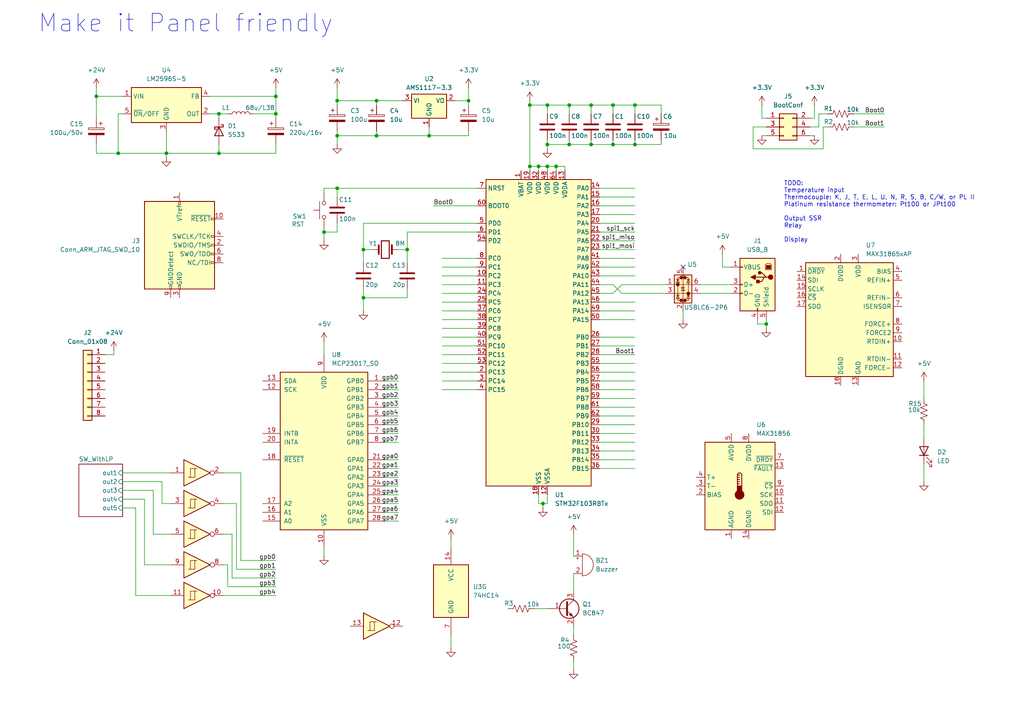
<source format=kicad_sch>
(kicad_sch (version 20231120) (generator "eeschema") (generator_version "8.0")
  (paper "A4")
  (lib_symbols
    (symbol "74xx:74HC14" (pin_names (offset 1.016))
      (property "Reference" "U" (at 0 1.27 0))
      (property "Value" "74HC14" (at 0 -1.27 0))
      (symbol "74HC14_1_0"
        (pin input line (at -7.62 0 0) (length 3.81) (name "~") (number "1"))
        (pin output inverted (at 7.62 0 180) (length 3.81) (name "~") (number "2"))
      )
      (symbol "74HC14_2_0"
        (pin input line (at -7.62 0 0) (length 3.81) (name "~") (number "3"))
        (pin output inverted (at 7.62 0 180) (length 3.81) (name "~") (number "4"))
      )
      (symbol "74HC14_3_0"
        (pin input line (at -7.62 0 0) (length 3.81) (name "~") (number "5"))
        (pin output inverted (at 7.62 0 180) (length 3.81) (name "~") (number "6"))
      )
      (symbol "74HC14_4_0"
        (pin output inverted (at 7.62 0 180) (length 3.81) (name "~") (number "8"))
        (pin input line (at -7.62 0 0) (length 3.81) (name "~") (number "9"))
      )
      (symbol "74HC14_5_0"
        (pin output inverted (at 7.62 0 180) (length 3.81) (name "~") (number "10"))
        (pin input line (at -7.62 0 0) (length 3.81) (name "~") (number "11"))
      )
      (symbol "74HC14_6_0"
        (pin output inverted (at 7.62 0 180) (length 3.81) (name "~") (number "12"))
        (pin input line (at -7.62 0 0) (length 3.81) (name "~") (number "13"))
      )
      (symbol "74HC14_7_0"
        (pin power_in line (at 0 12.7 270) (length 5.08) (name "VCC") (number "14"))
        (pin power_in line (at 0 -12.7 90) (length 5.08) (name "GND") (number "7"))
      )
    )
    (symbol "Connector:Conn_ARM_JTAG_SWD_10" (pin_names (offset 1.016))
      (property "Reference" "J" (at -2.54 16.51 0))
      (property "Value" "Conn_ARM_JTAG_SWD_10" (at -2.54 13.97 0))
      (symbol "Conn_ARM_JTAG_SWD_10_1_1"
        (pin power_in line (at 0 15.24 270) (length 2.54) (name "VTref") (number "1"))
        (pin open_collector line (at 12.7 7.62 180) (length 2.54) (name "~{RESET}") (number "10"))
        (pin bidirectional line (at 12.7 0 180) (length 2.54) (name "SWDIO/TMS") (number "2"))
        (pin power_in line (at 0 -15.24 90) (length 2.54) (name "GND") (number "3"))
        (pin output line (at 12.7 2.54 180) (length 2.54) (name "SWCLK/TCK") (number "4"))
        (pin passive line (at 0 -15.24 90) (length 2.54) hide (name "GND") (number "5"))
        (pin input line (at 12.7 -2.54 180) (length 2.54) (name "SWO/TDO") (number "6"))
        (pin no_connect line (at -10.16 0 0) (length 2.54) hide (name "KEY") (number "7"))
        (pin output line (at 12.7 -5.08 180) (length 2.54) (name "NC/TDI") (number "8"))
        (pin passive line (at -2.54 -15.24 90) (length 2.54) (name "GNDDetect") (number "9"))
      )
    )
    (symbol "Connector:USB_B" (pin_names (offset 1.016))
      (property "Reference" "J" (at -5.08 11.43 0))
      (property "Value" "USB_B" (at -5.08 8.89 0))
      (symbol "USB_B_1_1"
        (pin power_out line (at 7.62 5.08 180) (length 2.54) (name "VBUS") (number "1"))
        (pin bidirectional line (at 7.62 -2.54 180) (length 2.54) (name "D-") (number "2"))
        (pin bidirectional line (at 7.62 0 180) (length 2.54) (name "D+") (number "3"))
        (pin power_out line (at 0 -10.16 90) (length 2.54) (name "GND") (number "4"))
        (pin passive line (at -2.54 -10.16 90) (length 2.54) (name "Shield") (number "5"))
      )
    )
    (symbol "Connector_Generic:Conn_01x08" (pin_names (offset 1.016) hide)
      (property "Reference" "J" (at 0 10.16 0))
      (property "Value" "Conn_01x08" (at 0 -12.7 0))
      (symbol "Conn_01x08_1_1"
        (pin passive line (at -5.08 7.62 0) (length 3.81) (name "Pin_1") (number "1"))
        (pin passive line (at -5.08 5.08 0) (length 3.81) (name "Pin_2") (number "2"))
        (pin passive line (at -5.08 2.54 0) (length 3.81) (name "Pin_3") (number "3"))
        (pin passive line (at -5.08 0 0) (length 3.81) (name "Pin_4") (number "4"))
        (pin passive line (at -5.08 -2.54 0) (length 3.81) (name "Pin_5") (number "5"))
        (pin passive line (at -5.08 -5.08 0) (length 3.81) (name "Pin_6") (number "6"))
        (pin passive line (at -5.08 -7.62 0) (length 3.81) (name "Pin_7") (number "7"))
        (pin passive line (at -5.08 -10.16 0) (length 3.81) (name "Pin_8") (number "8"))
      )
    )
    (symbol "Connector_Generic:Conn_02x03_Odd_Even" (pin_names (offset 1.016) hide)
      (property "Reference" "J" (at 1.27 5.08 0))
      (property "Value" "Conn_02x03_Odd_Even" (at 1.27 -5.08 0))
      (symbol "Conn_02x03_Odd_Even_1_1"
        (pin passive line (at -5.08 2.54 0) (length 3.81) (name "Pin_1") (number "1"))
        (pin passive line (at 7.62 2.54 180) (length 3.81) (name "Pin_2") (number "2"))
        (pin passive line (at -5.08 0 0) (length 3.81) (name "Pin_3") (number "3"))
        (pin passive line (at 7.62 0 180) (length 3.81) (name "Pin_4") (number "4"))
        (pin passive line (at -5.08 -2.54 0) (length 3.81) (name "Pin_5") (number "5"))
        (pin passive line (at 7.62 -2.54 180) (length 3.81) (name "Pin_6") (number "6"))
      )
    )
    (symbol "Device:Buzzer" (pin_names (offset 0.0254) hide)
      (property "Reference" "BZ" (at 3.81 1.27 0))
      (property "Value" "Buzzer" (at 3.81 -1.27 0))
      (symbol "Buzzer_1_1"
        (pin passive line (at -2.54 2.54 0) (length 2.54) (name "+") (number "1"))
        (pin passive line (at -2.54 -2.54 0) (length 2.54) (name "-") (number "2"))
      )
    )
    (symbol "Device:C" (pin_numbers hide) (pin_names (offset 0.254))
      (property "Reference" "C" (at 0.635 2.54 0))
      (property "Value" "C" (at 0.635 -2.54 0))
      (symbol "C_1_1"
        (pin passive line (at 0 3.81 270) (length 2.794) (name "~") (number "1"))
        (pin passive line (at 0 -3.81 90) (length 2.794) (name "~") (number "2"))
      )
    )
    (symbol "Device:C_Polarized" (pin_numbers hide) (pin_names (offset 0.254))
      (property "Reference" "C" (at 0.635 2.54 0))
      (property "Value" "C_Polarized" (at 0.635 -2.54 0))
      (symbol "C_Polarized_1_1"
        (pin passive line (at 0 3.81 270) (length 2.794) (name "~") (number "1"))
        (pin passive line (at 0 -3.81 90) (length 2.794) (name "~") (number "2"))
      )
    )
    (symbol "Device:Crystal" (pin_numbers hide) (pin_names (offset 1.016) hide)
      (property "Reference" "Y" (at 0 3.81 0))
      (property "Value" "Crystal" (at 0 -3.81 0))
      (symbol "Crystal_1_1"
        (pin passive line (at -3.81 0 0) (length 1.27) (name "1") (number "1"))
        (pin passive line (at 3.81 0 180) (length 1.27) (name "2") (number "2"))
      )
    )
    (symbol "Device:L" (pin_numbers hide) (pin_names (offset 1.016) hide)
      (property "Reference" "L" (at -1.27 0 90))
      (property "Value" "L" (at 1.905 0 90))
      (symbol "L_1_1"
        (pin passive line (at 0 3.81 270) (length 1.27) (name "1") (number "1"))
        (pin passive line (at 0 -3.81 90) (length 1.27) (name "2") (number "2"))
      )
    )
    (symbol "Device:LED" (pin_numbers hide) (pin_names (offset 1.016) hide)
      (property "Reference" "D" (at 0 2.54 0))
      (property "Value" "LED" (at 0 -2.54 0))
      (symbol "LED_1_1"
        (pin passive line (at -3.81 0 0) (length 2.54) (name "K") (number "1"))
        (pin passive line (at 3.81 0 180) (length 2.54) (name "A") (number "2"))
      )
    )
    (symbol "Device:R_US" (pin_numbers hide) (pin_names (offset 0))
      (property "Reference" "R" (at 2.54 0 90))
      (property "Value" "R_US" (at -2.54 0 90))
      (symbol "R_US_1_1"
        (pin passive line (at 0 3.81 270) (length 1.27) (name "~") (number "1"))
        (pin passive line (at 0 -3.81 90) (length 1.27) (name "~") (number "2"))
      )
    )
    (symbol "Diode:SS33" (pin_numbers hide) (pin_names (offset 1.016) hide)
      (property "Reference" "D" (at 0 2.54 0))
      (property "Value" "SS33" (at 0 -2.54 0))
      (symbol "SS33_1_1"
        (pin passive line (at -3.81 0 0) (length 2.54) (name "K") (number "1"))
        (pin passive line (at 3.81 0 180) (length 2.54) (name "A") (number "2"))
      )
    )
    (symbol "Interface_Expansion:MCP23017_SO" (pin_names (offset 1.016))
      (property "Reference" "U" (at -11.43 24.13 0))
      (property "Value" "MCP23017_SO" (at 0 0 0))
      (symbol "MCP23017_SO_1_1"
        (pin bidirectional line (at 17.78 20.32 180) (length 5.08) (name "GPB0") (number "1"))
        (pin power_in line (at 0 -27.94 90) (length 5.08) (name "VSS") (number "10"))
        (pin no_connect line (at -12.7 15.24 0) (length 5.08) hide (name "NC") (number "11"))
        (pin input line (at -17.78 17.78 0) (length 5.08) (name "SCK") (number "12"))
        (pin bidirectional line (at -17.78 20.32 0) (length 5.08) (name "SDA") (number "13"))
        (pin no_connect line (at -12.7 12.7 0) (length 5.08) hide (name "NC") (number "14"))
        (pin input line (at -17.78 -20.32 0) (length 5.08) (name "A0") (number "15"))
        (pin input line (at -17.78 -17.78 0) (length 5.08) (name "A1") (number "16"))
        (pin input line (at -17.78 -15.24 0) (length 5.08) (name "A2") (number "17"))
        (pin input line (at -17.78 -2.54 0) (length 5.08) (name "~{RESET}") (number "18"))
        (pin tri_state line (at -17.78 5.08 0) (length 5.08) (name "INTB") (number "19"))
        (pin bidirectional line (at 17.78 17.78 180) (length 5.08) (name "GPB1") (number "2"))
        (pin tri_state line (at -17.78 2.54 0) (length 5.08) (name "INTA") (number "20"))
        (pin bidirectional line (at 17.78 -2.54 180) (length 5.08) (name "GPA0") (number "21"))
        (pin bidirectional line (at 17.78 -5.08 180) (length 5.08) (name "GPA1") (number "22"))
        (pin bidirectional line (at 17.78 -7.62 180) (length 5.08) (name "GPA2") (number "23"))
        (pin bidirectional line (at 17.78 -10.16 180) (length 5.08) (name "GPA3") (number "24"))
        (pin bidirectional line (at 17.78 -12.7 180) (length 5.08) (name "GPA4") (number "25"))
        (pin bidirectional line (at 17.78 -15.24 180) (length 5.08) (name "GPA5") (number "26"))
        (pin bidirectional line (at 17.78 -17.78 180) (length 5.08) (name "GPA6") (number "27"))
        (pin bidirectional line (at 17.78 -20.32 180) (length 5.08) (name "GPA7") (number "28"))
        (pin bidirectional line (at 17.78 15.24 180) (length 5.08) (name "GPB2") (number "3"))
        (pin bidirectional line (at 17.78 12.7 180) (length 5.08) (name "GPB3") (number "4"))
        (pin bidirectional line (at 17.78 10.16 180) (length 5.08) (name "GPB4") (number "5"))
        (pin bidirectional line (at 17.78 7.62 180) (length 5.08) (name "GPB5") (number "6"))
        (pin bidirectional line (at 17.78 5.08 180) (length 5.08) (name "GPB6") (number "7"))
        (pin bidirectional line (at 17.78 2.54 180) (length 5.08) (name "GPB7") (number "8"))
        (pin power_in line (at 0 27.94 270) (length 5.08) (name "VDD") (number "9"))
      )
    )
    (symbol "MCU_ST_STM32F1:STM32F103RBTx"
      (property "Reference" "U" (at -15.24 46.99 0))
      (property "Value" "STM32F103RBTx" (at 10.16 46.99 0))
      (symbol "STM32F103RBTx_1_1"
        (pin power_in line (at -5.08 48.26 270) (length 2.54) (name "VBAT") (number "1"))
        (pin bidirectional line (at -17.78 17.78 0) (length 2.54) (name "PC2") (number "10"))
        (pin bidirectional line (at -17.78 15.24 0) (length 2.54) (name "PC3") (number "11"))
        (pin power_in line (at 2.54 -45.72 90) (length 2.54) (name "VSSA") (number "12"))
        (pin power_in line (at 7.62 48.26 270) (length 2.54) (name "VDDA") (number "13"))
        (pin bidirectional line (at 17.78 43.18 180) (length 2.54) (name "PA0") (number "14"))
        (pin bidirectional line (at 17.78 40.64 180) (length 2.54) (name "PA1") (number "15"))
        (pin bidirectional line (at 17.78 38.1 180) (length 2.54) (name "PA2") (number "16"))
        (pin bidirectional line (at 17.78 35.56 180) (length 2.54) (name "PA3") (number "17"))
        (pin power_in line (at 0 -45.72 90) (length 2.54) (name "VSS") (number "18"))
        (pin power_in line (at -2.54 48.26 270) (length 2.54) (name "VDD") (number "19"))
        (pin bidirectional line (at -17.78 -10.16 0) (length 2.54) (name "PC13") (number "2"))
        (pin bidirectional line (at 17.78 33.02 180) (length 2.54) (name "PA4") (number "20"))
        (pin bidirectional line (at 17.78 30.48 180) (length 2.54) (name "PA5") (number "21"))
        (pin bidirectional line (at 17.78 27.94 180) (length 2.54) (name "PA6") (number "22"))
        (pin bidirectional line (at 17.78 25.4 180) (length 2.54) (name "PA7") (number "23"))
        (pin bidirectional line (at -17.78 12.7 0) (length 2.54) (name "PC4") (number "24"))
        (pin bidirectional line (at -17.78 10.16 0) (length 2.54) (name "PC5") (number "25"))
        (pin bidirectional line (at 17.78 0 180) (length 2.54) (name "PB0") (number "26"))
        (pin bidirectional line (at 17.78 -2.54 180) (length 2.54) (name "PB1") (number "27"))
        (pin bidirectional line (at 17.78 -5.08 180) (length 2.54) (name "PB2") (number "28"))
        (pin bidirectional line (at 17.78 -25.4 180) (length 2.54) (name "PB10") (number "29"))
        (pin bidirectional line (at -17.78 -12.7 0) (length 2.54) (name "PC14") (number "3"))
        (pin bidirectional line (at 17.78 -27.94 180) (length 2.54) (name "PB11") (number "30"))
        (pin passive line (at 0 -45.72 90) (length 2.54) hide (name "VSS") (number "31"))
        (pin power_in line (at 0 48.26 270) (length 2.54) (name "VDD") (number "32"))
        (pin bidirectional line (at 17.78 -30.48 180) (length 2.54) (name "PB12") (number "33"))
        (pin bidirectional line (at 17.78 -33.02 180) (length 2.54) (name "PB13") (number "34"))
        (pin bidirectional line (at 17.78 -35.56 180) (length 2.54) (name "PB14") (number "35"))
        (pin bidirectional line (at 17.78 -38.1 180) (length 2.54) (name "PB15") (number "36"))
        (pin bidirectional line (at -17.78 7.62 0) (length 2.54) (name "PC6") (number "37"))
        (pin bidirectional line (at -17.78 5.08 0) (length 2.54) (name "PC7") (number "38"))
        (pin bidirectional line (at -17.78 2.54 0) (length 2.54) (name "PC8") (number "39"))
        (pin bidirectional line (at -17.78 -15.24 0) (length 2.54) (name "PC15") (number "4"))
        (pin bidirectional line (at -17.78 0 0) (length 2.54) (name "PC9") (number "40"))
        (pin bidirectional line (at 17.78 22.86 180) (length 2.54) (name "PA8") (number "41"))
        (pin bidirectional line (at 17.78 20.32 180) (length 2.54) (name "PA9") (number "42"))
        (pin bidirectional line (at 17.78 17.78 180) (length 2.54) (name "PA10") (number "43"))
        (pin bidirectional line (at 17.78 15.24 180) (length 2.54) (name "PA11") (number "44"))
        (pin bidirectional line (at 17.78 12.7 180) (length 2.54) (name "PA12") (number "45"))
        (pin bidirectional line (at 17.78 10.16 180) (length 2.54) (name "PA13") (number "46"))
        (pin passive line (at 0 -45.72 90) (length 2.54) hide (name "VSS") (number "47"))
        (pin power_in line (at 2.54 48.26 270) (length 2.54) (name "VDD") (number "48"))
        (pin bidirectional line (at 17.78 7.62 180) (length 2.54) (name "PA14") (number "49"))
        (pin bidirectional line (at -17.78 33.02 0) (length 2.54) (name "PD0") (number "5"))
        (pin bidirectional line (at 17.78 5.08 180) (length 2.54) (name "PA15") (number "50"))
        (pin bidirectional line (at -17.78 -2.54 0) (length 2.54) (name "PC10") (number "51"))
        (pin bidirectional line (at -17.78 -5.08 0) (length 2.54) (name "PC11") (number "52"))
        (pin bidirectional line (at -17.78 -7.62 0) (length 2.54) (name "PC12") (number "53"))
        (pin bidirectional line (at -17.78 27.94 0) (length 2.54) (name "PD2") (number "54"))
        (pin bidirectional line (at 17.78 -7.62 180) (length 2.54) (name "PB3") (number "55"))
        (pin bidirectional line (at 17.78 -10.16 180) (length 2.54) (name "PB4") (number "56"))
        (pin bidirectional line (at 17.78 -12.7 180) (length 2.54) (name "PB5") (number "57"))
        (pin bidirectional line (at 17.78 -15.24 180) (length 2.54) (name "PB6") (number "58"))
        (pin bidirectional line (at 17.78 -17.78 180) (length 2.54) (name "PB7") (number "59"))
        (pin bidirectional line (at -17.78 30.48 0) (length 2.54) (name "PD1") (number "6"))
        (pin input line (at -17.78 38.1 0) (length 2.54) (name "BOOT0") (number "60"))
        (pin bidirectional line (at 17.78 -20.32 180) (length 2.54) (name "PB8") (number "61"))
        (pin bidirectional line (at 17.78 -22.86 180) (length 2.54) (name "PB9") (number "62"))
        (pin passive line (at 0 -45.72 90) (length 2.54) hide (name "VSS") (number "63"))
        (pin power_in line (at 5.08 48.26 270) (length 2.54) (name "VDD") (number "64"))
        (pin input line (at -17.78 43.18 0) (length 2.54) (name "NRST") (number "7"))
        (pin bidirectional line (at -17.78 22.86 0) (length 2.54) (name "PC0") (number "8"))
        (pin bidirectional line (at -17.78 20.32 0) (length 2.54) (name "PC1") (number "9"))
      )
    )
    (symbol "Power_Protection:USBLC6-2P6" (pin_names hide)
      (property "Reference" "U" (at 0.635 5.715 0))
      (property "Value" "USBLC6-2P6" (at 0.635 3.81 0))
      (symbol "USBLC6-2P6_1_1"
        (pin passive line (at -5.08 0 0) (length 2.54) (name "I/O1") (number "1"))
        (pin passive line (at 0 -7.62 90) (length 2.54) (name "GND") (number "2"))
        (pin passive line (at -5.08 -2.54 0) (length 2.54) (name "I/O2") (number "3"))
        (pin passive line (at 5.08 -2.54 180) (length 2.54) (name "I/O2") (number "4"))
        (pin passive line (at 0 5.08 270) (length 2.54) (name "VBUS") (number "5"))
        (pin passive line (at 5.08 0 180) (length 2.54) (name "I/O1") (number "6"))
      )
    )
    (symbol "Regulator_Linear:AMS1117-3.3"
      (property "Reference" "U" (at -3.81 3.175 0))
      (property "Value" "AMS1117-3.3" (at 0 3.175 0))
      (symbol "AMS1117-3.3_1_1"
        (pin power_in line (at 0 -7.62 90) (length 2.54) (name "GND") (number "1"))
        (pin power_out line (at 7.62 0 180) (length 2.54) (name "VO") (number "2"))
        (pin power_in line (at -7.62 0 0) (length 2.54) (name "VI") (number "3"))
      )
    )
    (symbol "Regulator_Switching:LM2596S-5"
      (property "Reference" "U" (at -10.16 6.35 0))
      (property "Value" "LM2596S-5" (at 0 6.35 0))
      (symbol "LM2596S-5_1_1"
        (pin power_in line (at -12.7 2.54 0) (length 2.54) (name "VIN") (number "1"))
        (pin output line (at 12.7 -2.54 180) (length 2.54) (name "OUT") (number "2"))
        (pin power_in line (at 0 -7.62 90) (length 2.54) (name "GND") (number "3"))
        (pin input line (at 12.7 2.54 180) (length 2.54) (name "FB") (number "4"))
        (pin input line (at -12.7 -2.54 0) (length 2.54) (name "~{ON}/OFF") (number "5"))
      )
    )
    (symbol "Sensor_Temperature:MAX31856"
      (property "Reference" "U" (at -7.62 13.97 0))
      (property "Value" "MAX31856" (at 13.97 13.97 0))
      (symbol "MAX31856_1_1"
        (pin power_in line (at -2.54 -15.24 90) (length 2.54) (name "AGND") (number "1"))
        (pin input line (at 12.7 -2.54 180) (length 2.54) (name "SCK") (number "10"))
        (pin output line (at 12.7 -5.08 180) (length 2.54) (name "SDO") (number "11"))
        (pin input line (at 12.7 -7.62 180) (length 2.54) (name "SDI") (number "12"))
        (pin output line (at 12.7 5.08 180) (length 2.54) (name "~{FAULT}") (number "13"))
        (pin power_in line (at 2.54 -15.24 90) (length 2.54) (name "DGND") (number "14"))
        (pin input line (at -12.7 -2.54 0) (length 2.54) (name "BIAS") (number "2"))
        (pin input line (at -12.7 0 0) (length 2.54) (name "T-") (number "3"))
        (pin input line (at -12.7 2.54 0) (length 2.54) (name "T+") (number "4"))
        (pin power_in line (at -2.54 15.24 270) (length 2.54) (name "AVDD") (number "5"))
        (pin no_connect line (at -10.16 -7.62 0) (length 2.54) hide (name "DNC") (number "6"))
        (pin output line (at 12.7 7.62 180) (length 2.54) (name "~{DRDY}") (number "7"))
        (pin power_in line (at 2.54 15.24 270) (length 2.54) (name "DVDD") (number "8"))
        (pin input line (at 12.7 0 180) (length 2.54) (name "~{CS}") (number "9"))
      )
    )
    (symbol "Sensor_Temperature:MAX31865xAP"
      (property "Reference" "U" (at -11.43 19.05 0))
      (property "Value" "MAX31865xAP" (at 10.16 19.05 0))
      (symbol "MAX31865xAP_1_1"
        (pin output line (at -15.24 15.24 0) (length 2.54) (name "~{DRDY}") (number "1"))
        (pin input line (at 15.24 -5.08 180) (length 2.54) (name "RTDIN+") (number "10"))
        (pin input line (at 15.24 -10.16 180) (length 2.54) (name "RTDIN-") (number "11"))
        (pin power_out line (at 15.24 -12.7 180) (length 2.54) (name "FORCE-") (number "12"))
        (pin power_in line (at 2.54 -17.78 90) (length 2.54) (name "GND") (number "13"))
        (pin input line (at -15.24 12.7 0) (length 2.54) (name "SDI") (number "14"))
        (pin input line (at -15.24 10.16 0) (length 2.54) (name "SCLK") (number "15"))
        (pin input line (at -15.24 7.62 0) (length 2.54) (name "~{CS}") (number "16"))
        (pin tri_state line (at -15.24 5.08 0) (length 2.54) (name "SDO") (number "17"))
        (pin power_in line (at -2.54 -17.78 90) (length 2.54) (name "DGND") (number "18"))
        (pin passive line (at 2.54 -17.78 90) (length 2.54) hide (name "GND") (number "19"))
        (pin power_in line (at -2.54 20.32 270) (length 2.54) (name "DVDD") (number "2"))
        (pin no_connect line (at -12.7 -2.54 0) (length 2.54) hide (name "NC") (number "20"))
        (pin power_in line (at 2.54 20.32 270) (length 2.54) (name "VDD") (number "3"))
        (pin power_out line (at 15.24 15.24 180) (length 2.54) (name "BIAS") (number "4"))
        (pin input line (at 15.24 12.7 180) (length 2.54) (name "REFIN+") (number "5"))
        (pin input line (at 15.24 7.62 180) (length 2.54) (name "REFIN-") (number "6"))
        (pin passive line (at 15.24 5.08 180) (length 2.54) (name "ISENSOR") (number "7"))
        (pin passive line (at 15.24 0 180) (length 2.54) (name "FORCE+") (number "8"))
        (pin input line (at 15.24 -2.54 180) (length 2.54) (name "FORCE2") (number "9"))
      )
    )
    (symbol "Switch:SW_Push" (pin_numbers hide) (pin_names (offset 1.016) hide)
      (property "Reference" "SW" (at 1.27 2.54 0))
      (property "Value" "SW_Push" (at 0 -1.524 0))
      (symbol "SW_Push_0_1"
        (pin passive line (at -5.08 0 0) (length 2.54) (name "1") (number "1"))
        (pin passive line (at 5.08 0 180) (length 2.54) (name "2") (number "2"))
      )
    )
    (symbol "Transistor_BJT:BC847" (pin_names (offset 0) hide)
      (property "Reference" "Q" (at 5.08 1.905 0))
      (property "Value" "BC847" (at 5.08 0 0))
      (symbol "BC847_1_1"
        (pin input line (at -5.08 0 0) (length 5.715) (name "B") (number "1"))
        (pin passive line (at 2.54 -5.08 90) (length 2.54) (name "E") (number "2"))
        (pin passive line (at 2.54 5.08 270) (length 2.54) (name "C") (number "3"))
      )
    )
    (symbol "power:+24V" (power) (pin_numbers hide) (pin_names (offset 0) hide)
      (property "Value" "+24V" (at 0 3.556 0))
      (symbol "+24V_1_1"
        (pin power_in line (at 0 0 90) (length 0) (name "~") (number "1"))
      )
    )
    (symbol "power:+3.3V" (power) (pin_numbers hide) (pin_names (offset 0) hide)
      (property "Value" "+3.3V" (at 0 3.556 0))
      (symbol "+3.3V_1_1"
        (pin power_in line (at 0 0 90) (length 0) (name "~") (number "1"))
      )
    )
    (symbol "power:+5V" (power) (pin_numbers hide) (pin_names (offset 0) hide)
      (property "Value" "+5V" (at 0 3.556 0))
      (symbol "+5V_1_1"
        (pin power_in line (at 0 0 90) (length 0) (name "~") (number "1"))
      )
    )
    (symbol "power:GND" (power) (pin_numbers hide) (pin_names (offset 0) hide)
      (property "Value" "GND" (at 0 -3.81 0))
      (symbol "GND_1_1"
        (pin power_in line (at 0 0 270) (length 0) (name "~") (number "1"))
      )
    )
  )
  (junction (at 171.45 41.91))
  (junction (at 156.21 48.26))
  (junction (at 184.15 41.91))
  (junction (at 97.79 39.37))
  (junction (at 63.5 44.45))
  (junction (at 80.01 27.94))
  (junction (at 158.75 41.91))
  (junction (at 118.11 72.39))
  (junction (at 27.94 27.94))
  (junction (at 93.98 67.31))
  (junction (at 171.45 30.48))
  (junction (at 184.15 30.48))
  (junction (at 105.41 72.39))
  (junction (at 34.29 44.45))
  (junction (at 97.79 54.61))
  (junction (at 109.22 29.21))
  (junction (at 135.89 29.21))
  (junction (at 222.25 93.98))
  (junction (at 165.1 30.48))
  (junction (at 80.01 33.02))
  (junction (at 158.75 48.26))
  (junction (at 177.8 30.48))
  (junction (at 161.29 48.26))
  (junction (at 158.75 30.48))
  (junction (at 153.67 30.48))
  (junction (at 97.79 29.21))
  (junction (at 165.1 41.91))
  (junction (at 63.5 33.02))
  (junction (at 177.8 41.91))
  (junction (at 153.67 48.26))
  (junction (at 109.22 39.37))
  (junction (at 124.46 39.37))
  (junction (at 157.48 146.05))
  (junction (at 48.26 44.45))
  (junction (at 105.41 86.36))
  (no_connect (at 198.12 77.47))
  (wire (pts (xy 35.56 137.16) (xy 49.53 137.16)))
  (wire (pts (xy 165.1 40.64) (xy 165.1 41.91)))
  (wire (pts (xy 30.48 102.87) (xy 33.02 102.87)))
  (wire (pts (xy 39.37 147.32) (xy 39.37 172.72)))
  (wire (pts (xy 63.5 33.02) (xy 66.04 33.02)))
  (wire (pts (xy 173.99 135.89) (xy 184.15 135.89)))
  (wire (pts (xy 222.25 93.98) (xy 222.25 95.25)))
  (wire (pts (xy 93.98 99.06) (xy 93.98 102.87)))
  (wire (pts (xy 34.29 33.02) (xy 35.56 33.02)))
  (wire (pts (xy 135.89 25.4) (xy 135.89 29.21)))
  (wire (pts (xy 165.1 30.48) (xy 165.1 33.02)))
  (wire (pts (xy 128.27 107.95) (xy 138.43 107.95)))
  (wire (pts (xy 209.55 77.47) (xy 209.55 73.66)))
  (wire (pts (xy 109.22 39.37) (xy 124.46 39.37)))
  (wire (pts (xy 173.99 59.69) (xy 184.15 59.69)))
  (wire (pts (xy 158.75 40.64) (xy 158.75 41.91)))
  (wire (pts (xy 41.91 144.78) (xy 35.56 144.78)))
  (wire (pts (xy 111.76 146.05) (xy 115.57 146.05)))
  (wire (pts (xy 238.76 36.83) (xy 238.76 43.18)))
  (wire (pts (xy 171.45 30.48) (xy 171.45 33.02)))
  (wire (pts (xy 219.71 92.71) (xy 219.71 93.98)))
  (wire (pts (xy 240.03 36.83) (xy 238.76 36.83)))
  (wire (pts (xy 220.98 34.29) (xy 222.25 34.29)))
  (wire (pts (xy 173.99 102.87) (xy 184.15 102.87)))
  (wire (pts (xy 128.27 82.55) (xy 138.43 82.55)))
  (wire (pts (xy 173.99 62.23) (xy 184.15 62.23)))
  (wire (pts (xy 247.65 33.02) (xy 256.54 33.02)))
  (wire (pts (xy 128.27 74.93) (xy 138.43 74.93)))
  (wire (pts (xy 158.75 146.05) (xy 157.48 146.05)))
  (wire (pts (xy 128.27 100.33) (xy 138.43 100.33)))
  (wire (pts (xy 128.27 97.79) (xy 138.43 97.79)))
  (wire (pts (xy 173.99 110.49) (xy 184.15 110.49)))
  (wire (pts (xy 97.79 54.61) (xy 97.79 57.15)))
  (wire (pts (xy 173.99 77.47) (xy 184.15 77.47)))
  (wire (pts (xy 105.41 72.39) (xy 107.95 72.39)))
  (wire (pts (xy 118.11 76.2) (xy 118.11 72.39)))
  (wire (pts (xy 111.76 148.59) (xy 115.57 148.59)))
  (wire (pts (xy 111.76 128.27) (xy 115.57 128.27)))
  (wire (pts (xy 111.76 138.43) (xy 115.57 138.43)))
  (wire (pts (xy 130.81 184.15) (xy 130.81 187.96)))
  (wire (pts (xy 80.01 44.45) (xy 63.5 44.45)))
  (wire (pts (xy 128.27 95.25) (xy 138.43 95.25)))
  (wire (pts (xy 80.01 41.91) (xy 80.01 44.45)))
  (wire (pts (xy 111.76 123.19) (xy 115.57 123.19)))
  (wire (pts (xy 124.46 39.37) (xy 135.89 39.37)))
  (wire (pts (xy 128.27 105.41) (xy 138.43 105.41)))
  (wire (pts (xy 166.37 191.77) (xy 166.37 194.31)))
  (wire (pts (xy 125.73 59.69) (xy 138.43 59.69)))
  (wire (pts (xy 191.77 33.02) (xy 191.77 30.48)))
  (wire (pts (xy 118.11 83.82) (xy 118.11 86.36)))
  (wire (pts (xy 68.58 165.1) (xy 80.01 165.1)))
  (wire (pts (xy 111.76 133.35) (xy 115.57 133.35)))
  (wire (pts (xy 173.99 105.41) (xy 184.15 105.41)))
  (wire (pts (xy 158.75 41.91) (xy 158.75 43.18)))
  (wire (pts (xy 111.76 140.97) (xy 115.57 140.97)))
  (wire (pts (xy 48.26 44.45) (xy 48.26 45.72)))
  (wire (pts (xy 173.99 128.27) (xy 184.15 128.27)))
  (wire (pts (xy 130.81 156.21) (xy 130.81 158.75)))
  (wire (pts (xy 156.21 49.53) (xy 156.21 48.26)))
  (wire (pts (xy 220.98 30.48) (xy 220.98 34.29)))
  (wire (pts (xy 267.97 110.49) (xy 267.97 115.57)))
  (wire (pts (xy 158.75 30.48) (xy 158.75 33.02)))
  (wire (pts (xy 138.43 64.77) (xy 105.41 64.77)))
  (wire (pts (xy 111.76 151.13) (xy 115.57 151.13)))
  (wire (pts (xy 63.5 44.45) (xy 48.26 44.45)))
  (wire (pts (xy 97.79 38.1) (xy 97.79 39.37)))
  (wire (pts (xy 97.79 29.21) (xy 109.22 29.21)))
  (wire (pts (xy 105.41 76.2) (xy 105.41 72.39)))
  (wire (pts (xy 173.99 85.09) (xy 177.8 85.09)))
  (wire (pts (xy 161.29 49.53) (xy 161.29 48.26)))
  (wire (pts (xy 234.95 36.83) (xy 237.49 36.83)))
  (wire (pts (xy 60.96 27.94) (xy 80.01 27.94)))
  (wire (pts (xy 105.41 86.36) (xy 105.41 83.82)))
  (wire (pts (xy 153.67 29.21) (xy 153.67 30.48)))
  (wire (pts (xy 209.55 77.47) (xy 212.09 77.47)))
  (wire (pts (xy 35.56 139.7) (xy 46.99 139.7)))
  (wire (pts (xy 128.27 102.87) (xy 138.43 102.87)))
  (wire (pts (xy 161.29 48.26) (xy 158.75 48.26)))
  (wire (pts (xy 46.99 146.05) (xy 46.99 139.7)))
  (wire (pts (xy 165.1 41.91) (xy 171.45 41.91)))
  (wire (pts (xy 180.34 85.09) (xy 177.8 82.55)))
  (wire (pts (xy 138.43 67.31) (xy 118.11 67.31)))
  (wire (pts (xy 109.22 29.21) (xy 109.22 30.48)))
  (wire (pts (xy 173.99 87.63) (xy 184.15 87.63)))
  (wire (pts (xy 109.22 38.1) (xy 109.22 39.37)))
  (wire (pts (xy 173.99 54.61) (xy 184.15 54.61)))
  (wire (pts (xy 39.37 172.72) (xy 49.53 172.72)))
  (wire (pts (xy 49.53 146.05) (xy 46.99 146.05)))
  (wire (pts (xy 171.45 30.48) (xy 165.1 30.48)))
  (wire (pts (xy 128.27 77.47) (xy 138.43 77.47)))
  (wire (pts (xy 173.99 64.77) (xy 184.15 64.77)))
  (wire (pts (xy 27.94 27.94) (xy 27.94 34.29)))
  (wire (pts (xy 173.99 57.15) (xy 184.15 57.15)))
  (wire (pts (xy 163.83 49.53) (xy 163.83 48.26)))
  (wire (pts (xy 158.75 49.53) (xy 158.75 48.26)))
  (wire (pts (xy 135.89 29.21) (xy 135.89 30.48)))
  (wire (pts (xy 33.02 102.87) (xy 33.02 101.6)))
  (wire (pts (xy 184.15 41.91) (xy 191.77 41.91)))
  (wire (pts (xy 173.99 80.01) (xy 184.15 80.01)))
  (wire (pts (xy 173.99 130.81) (xy 184.15 130.81)))
  (wire (pts (xy 35.56 142.24) (xy 44.45 142.24)))
  (wire (pts (xy 97.79 39.37) (xy 97.79 41.91)))
  (wire (pts (xy 69.85 162.56) (xy 69.85 137.16)))
  (wire (pts (xy 63.5 33.02) (xy 63.5 34.29)))
  (wire (pts (xy 111.76 113.03) (xy 115.57 113.03)))
  (wire (pts (xy 173.99 90.17) (xy 184.15 90.17)))
  (wire (pts (xy 111.76 115.57) (xy 115.57 115.57)))
  (wire (pts (xy 191.77 30.48) (xy 184.15 30.48)))
  (wire (pts (xy 66.04 170.18) (xy 80.01 170.18)))
  (wire (pts (xy 236.22 34.29) (xy 234.95 34.29)))
  (wire (pts (xy 173.99 82.55) (xy 177.8 82.55)))
  (wire (pts (xy 177.8 40.64) (xy 177.8 41.91)))
  (wire (pts (xy 93.98 67.31) (xy 93.98 66.04)))
  (wire (pts (xy 173.99 74.93) (xy 184.15 74.93)))
  (wire (pts (xy 124.46 36.83) (xy 124.46 39.37)))
  (wire (pts (xy 128.27 113.03) (xy 138.43 113.03)))
  (wire (pts (xy 34.29 33.02) (xy 34.29 44.45)))
  (wire (pts (xy 158.75 143.51) (xy 158.75 146.05)))
  (wire (pts (xy 80.01 33.02) (xy 80.01 34.29)))
  (wire (pts (xy 97.79 25.4) (xy 97.79 29.21)))
  (wire (pts (xy 27.94 44.45) (xy 34.29 44.45)))
  (wire (pts (xy 173.99 123.19) (xy 184.15 123.19)))
  (wire (pts (xy 237.49 33.02) (xy 240.03 33.02)))
  (wire (pts (xy 118.11 86.36) (xy 105.41 86.36)))
  (wire (pts (xy 111.76 118.11) (xy 115.57 118.11)))
  (wire (pts (xy 63.5 41.91) (xy 63.5 44.45)))
  (wire (pts (xy 171.45 41.91) (xy 177.8 41.91)))
  (wire (pts (xy 219.71 93.98) (xy 222.25 93.98)))
  (wire (pts (xy 135.89 38.1) (xy 135.89 39.37)))
  (wire (pts (xy 247.65 36.83) (xy 256.54 36.83)))
  (wire (pts (xy 93.98 54.61) (xy 97.79 54.61)))
  (wire (pts (xy 156.21 146.05) (xy 156.21 143.51)))
  (wire (pts (xy 218.44 43.18) (xy 218.44 36.83)))
  (wire (pts (xy 93.98 158.75) (xy 93.98 161.29)))
  (wire (pts (xy 173.99 72.39) (xy 184.15 72.39)))
  (wire (pts (xy 67.31 154.94) (xy 67.31 167.64)))
  (wire (pts (xy 198.12 90.17) (xy 198.12 92.71)))
  (wire (pts (xy 118.11 72.39) (xy 115.57 72.39)))
  (wire (pts (xy 157.48 147.32) (xy 157.48 146.05)))
  (wire (pts (xy 111.76 135.89) (xy 115.57 135.89)))
  (wire (pts (xy 177.8 33.02) (xy 177.8 30.48)))
  (wire (pts (xy 128.27 80.01) (xy 138.43 80.01)))
  (wire (pts (xy 173.99 100.33) (xy 184.15 100.33)))
  (wire (pts (xy 97.79 64.77) (xy 97.79 67.31)))
  (wire (pts (xy 64.77 146.05) (xy 68.58 146.05)))
  (wire (pts (xy 118.11 67.31) (xy 118.11 72.39)))
  (wire (pts (xy 156.21 48.26) (xy 153.67 48.26)))
  (wire (pts (xy 67.31 167.64) (xy 80.01 167.64)))
  (wire (pts (xy 132.08 29.21) (xy 135.89 29.21)))
  (wire (pts (xy 158.75 30.48) (xy 153.67 30.48)))
  (wire (pts (xy 203.2 82.55) (xy 212.09 82.55)))
  (wire (pts (xy 191.77 40.64) (xy 191.77 41.91)))
  (wire (pts (xy 105.41 64.77) (xy 105.41 72.39)))
  (wire (pts (xy 35.56 147.32) (xy 39.37 147.32)))
  (wire (pts (xy 128.27 85.09) (xy 138.43 85.09)))
  (wire (pts (xy 27.94 41.91) (xy 27.94 44.45)))
  (wire (pts (xy 218.44 36.83) (xy 222.25 36.83)))
  (wire (pts (xy 64.77 154.94) (xy 67.31 154.94)))
  (wire (pts (xy 128.27 87.63) (xy 138.43 87.63)))
  (wire (pts (xy 128.27 90.17) (xy 138.43 90.17)))
  (wire (pts (xy 27.94 25.4) (xy 27.94 27.94)))
  (wire (pts (xy 111.76 125.73) (xy 115.57 125.73)))
  (wire (pts (xy 64.77 163.83) (xy 66.04 163.83)))
  (wire (pts (xy 173.99 113.03) (xy 184.15 113.03)))
  (wire (pts (xy 173.99 120.65) (xy 184.15 120.65)))
  (wire (pts (xy 41.91 163.83) (xy 41.91 144.78)))
  (wire (pts (xy 69.85 162.56) (xy 80.01 162.56)))
  (wire (pts (xy 73.66 33.02) (xy 80.01 33.02)))
  (wire (pts (xy 267.97 134.62) (xy 267.97 139.7)))
  (wire (pts (xy 97.79 54.61) (xy 138.43 54.61)))
  (wire (pts (xy 111.76 110.49) (xy 115.57 110.49)))
  (wire (pts (xy 128.27 110.49) (xy 138.43 110.49)))
  (wire (pts (xy 97.79 39.37) (xy 109.22 39.37)))
  (wire (pts (xy 158.75 41.91) (xy 165.1 41.91)))
  (wire (pts (xy 48.26 38.1) (xy 48.26 44.45)))
  (wire (pts (xy 184.15 33.02) (xy 184.15 30.48)))
  (wire (pts (xy 237.49 36.83) (xy 237.49 33.02)))
  (wire (pts (xy 180.34 82.55) (xy 193.04 82.55)))
  (wire (pts (xy 173.99 107.95) (xy 184.15 107.95)))
  (wire (pts (xy 44.45 154.94) (xy 49.53 154.94)))
  (wire (pts (xy 177.8 41.91) (xy 184.15 41.91)))
  (wire (pts (xy 163.83 48.26) (xy 161.29 48.26)))
  (wire (pts (xy 27.94 27.94) (xy 35.56 27.94)))
  (wire (pts (xy 157.48 146.05) (xy 156.21 146.05)))
  (wire (pts (xy 238.76 43.18) (xy 218.44 43.18)))
  (wire (pts (xy 173.99 115.57) (xy 184.15 115.57)))
  (wire (pts (xy 154.94 176.53) (xy 158.75 176.53)))
  (wire (pts (xy 128.27 92.71) (xy 138.43 92.71)))
  (wire (pts (xy 93.98 67.31) (xy 93.98 69.85)))
  (wire (pts (xy 177.8 85.09) (xy 180.34 82.55)))
  (wire (pts (xy 236.22 30.48) (xy 236.22 34.29)))
  (wire (pts (xy 173.99 125.73) (xy 184.15 125.73)))
  (wire (pts (xy 166.37 166.37) (xy 166.37 171.45)))
  (wire (pts (xy 165.1 30.48) (xy 158.75 30.48)))
  (wire (pts (xy 153.67 48.26) (xy 153.67 49.53)))
  (wire (pts (xy 69.85 137.16) (xy 64.77 137.16)))
  (wire (pts (xy 180.34 85.09) (xy 193.04 85.09)))
  (wire (pts (xy 203.2 85.09) (xy 212.09 85.09)))
  (wire (pts (xy 166.37 181.61) (xy 166.37 184.15)))
  (wire (pts (xy 97.79 29.21) (xy 97.79 30.48)))
  (wire (pts (xy 49.53 163.83) (xy 41.91 163.83)))
  (wire (pts (xy 109.22 29.21) (xy 116.84 29.21)))
  (wire (pts (xy 267.97 123.19) (xy 267.97 127)))
  (wire (pts (xy 184.15 41.91) (xy 184.15 40.64)))
  (wire (pts (xy 66.04 163.83) (xy 66.04 170.18)))
  (wire (pts (xy 173.99 133.35) (xy 184.15 133.35)))
  (wire (pts (xy 111.76 120.65) (xy 115.57 120.65)))
  (wire (pts (xy 105.41 86.36) (xy 105.41 90.17)))
  (wire (pts (xy 173.99 97.79) (xy 184.15 97.79)))
  (wire (pts (xy 184.15 30.48) (xy 177.8 30.48)))
  (wire (pts (xy 64.77 172.72) (xy 80.01 172.72)))
  (wire (pts (xy 97.79 67.31) (xy 93.98 67.31)))
  (wire (pts (xy 173.99 67.31) (xy 184.15 67.31)))
  (wire (pts (xy 80.01 25.4) (xy 80.01 27.94)))
  (wire (pts (xy 177.8 30.48) (xy 171.45 30.48)))
  (wire (pts (xy 222.25 92.71) (xy 222.25 93.98)))
  (wire (pts (xy 93.98 54.61) (xy 93.98 55.88)))
  (wire (pts (xy 44.45 142.24) (xy 44.45 154.94)))
  (wire (pts (xy 153.67 30.48) (xy 153.67 48.26)))
  (wire (pts (xy 166.37 154.94) (xy 166.37 161.29)))
  (wire (pts (xy 34.29 44.45) (xy 48.26 44.45)))
  (wire (pts (xy 173.99 92.71) (xy 184.15 92.71)))
  (wire (pts (xy 173.99 118.11) (xy 184.15 118.11)))
  (wire (pts (xy 68.58 146.05) (xy 68.58 165.1)))
  (wire (pts (xy 111.76 143.51) (xy 115.57 143.51)))
  (wire (pts (xy 220.98 39.37) (xy 222.25 39.37)))
  (wire (pts (xy 156.21 48.26) (xy 158.75 48.26)))
  (wire (pts (xy 236.22 39.37) (xy 234.95 39.37)))
  (wire (pts (xy 171.45 40.64) (xy 171.45 41.91)))
  (wire (pts (xy 173.99 69.85) (xy 184.15 69.85)))
  (wire (pts (xy 60.96 33.02) (xy 63.5 33.02)))
  (wire (pts (xy 80.01 27.94) (xy 80.01 33.02)))
  (text "TODO: \nTemperature input\nThermocouple: K, J, T, E, L, U, N, R, S, B, C/W, or PL II\nPlatinum resistance thermometer: Pt100 or JPt100\n\nOutput SSR \nRelay\n\nDisplay\n" (at 227.33 61.468 0) (effects (font (size 1.27 1.27)) (justify left)))
  (text "Make it Panel friendly" (at 53.848 6.858 0) (effects (font (size 5.08 5.08))))
  (label "gpa3" (at 115.57 140.97 180))
  (label "gpb6" (at 115.57 125.73 180))
  (label "gpb4" (at 80.01 172.72 180))
  (label "spi1_miso" (at 184.15 69.85 180))
  (label "gpa1" (at 115.57 135.89 180))
  (label "Boot0" (at 256.54 33.02 180))
  (label "gpb3" (at 80.01 170.18 180))
  (label "gpb0" (at 115.57 110.49 180))
  (label "gpa6" (at 115.57 148.59 180))
  (label "gpb1" (at 80.01 165.1 180))
  (label "gpb7" (at 115.57 128.27 180))
  (label "Boot0" (at 125.73 59.69 0))
  (label "gpa4" (at 115.57 143.51 180))
  (label "gpb0" (at 80.01 162.56 180))
  (label "spi1_mosi" (at 184.15 72.39 180))
  (label "spi1_sck" (at 184.15 67.31 180))
  (label "Boot1" (at 256.54 36.83 180))
  (label "gpa7" (at 115.57 151.13 180))
  (label "gpb5" (at 115.57 123.19 180))
  (label "gpb4" (at 115.57 120.65 180))
  (label "gpb1" (at 115.57 113.03 180))
  (label "gpb3" (at 115.57 118.11 180))
  (label "Boot1" (at 184.15 102.87 180))
  (label "gpa5" (at 115.57 146.05 180))
  (label "gpa0" (at 115.57 133.35 180))
  (label "gpb2" (at 115.57 115.57 180))
  (label "gpa2" (at 115.57 138.43 180))
  (label "gpb2" (at 80.01 167.64 180))
  (symbol (lib_id "74xx:74HC14") (at 57.15 172.72 0) (unit 5)
    (property "Reference" "U3" (effects (hide yes)))
    (property "Value" "74HC14" (effects (hide yes)))
    (property "Footprint" "Package_DIP:DIP-14_W7.62mm_SMDSocket_SmallPads" (effects (hide yes)))
    (property "Datasheet" "http://www.ti.com/lit/gpn/sn74HC14" (effects (hide yes)))
    (property "Description" "Hex inverter schmitt trigger" (effects (hide yes)))
  )
  (symbol (lib_id "power:+24V") (at 27.94 25.4 0) (unit 1)
    (property "Reference" "#PWR018" (effects (hide yes)))
    (property "Value" "+24V" (at 27.94 20.32 0))
    (property "Description" "Power symbol creates a global label with name \"+24V\"" (effects (hide yes)))
  )
  (symbol (lib_id "Device:Buzzer") (at 168.91 163.83 0) (unit 1)
    (property "Reference" "BZ1" (at 172.72 162.5599 0) (effects (justify left)))
    (property "Value" "Buzzer" (at 172.72 165.0999 0) (effects (justify left)))
    (property "Footprint" "Buzzer_Beeper:Buzzer_12x9.5RM7.6" (effects (hide yes)))
    (property "Description" "Buzzer, polarized" (effects (hide yes)))
  )
  (symbol (lib_id "Connector:USB_B") (at 219.71 82.55 0) (mirror y) (unit 1)
    (property "Reference" "J1" (at 219.71 69.85 0))
    (property "Value" "USB_B" (at 219.71 72.39 0))
    (property "Footprint" "Connector_USB:USB_B_TE_5787834_Vertical" (effects (hide yes)))
    (property "Datasheet" " ~" (effects (hide yes)))
    (property "Description" "USB Type B connector" (effects (hide yes)))
  )
  (symbol (lib_id "Device:C_Polarized") (at 27.94 38.1 0) (mirror y) (unit 1)
    (property "Reference" "C15" (at 24.13 35.9409 0) (effects (justify left)))
    (property "Value" "100u/50v" (at 24.13 38.4809 0) (effects (justify left)))
    (property "Description" "Polarized capacitor" (effects (hide yes)))
  )
  (symbol (lib_id "power:GND") (at 220.98 39.37 0) (unit 1)
    (property "Reference" "#PWR014" (effects (hide yes)))
    (property "Value" "GND" (effects (hide yes)))
    (property "Description" "Power symbol creates a global label with name \"GND\" , ground" (effects (hide yes)))
  )
  (symbol (lib_id "Device:C") (at 171.45 36.83 0) (unit 1)
    (property "Reference" "C7" (at 171.958 33.782 0) (effects (justify left)))
    (property "Value" "100n" (at 171.958 39.37 0) (effects (justify left)))
    (property "Description" "Unpolarized capacitor" (effects (hide yes)))
  )
  (symbol (lib_id "Device:LED") (at 267.97 130.81 90) (unit 1)
    (property "Reference" "D2" (at 271.78 131.1274 90) (effects (justify right)))
    (property "Value" "LED" (at 271.78 133.6674 90) (effects (justify right)))
    (property "Footprint" "LED_SMD:LED_2010_5025Metric_Pad1.52x2.65mm_HandSolder" (effects (hide yes)))
    (property "Description" "Light emitting diode" (effects (hide yes)))
  )
  (symbol (lib_id "Connector_Generic:Conn_02x03_Odd_Even") (at 227.33 36.83 0) (unit 1)
    (property "Reference" "J5" (at 228.6 27.94 0))
    (property "Value" "BootConf" (at 228.6 30.48 0))
    (property "Footprint" "Connector_PinHeader_2.54mm:PinHeader_2x03_P2.54mm_Vertical" (effects (hide yes)))
    (property "Description" "Generic connector, double row, 02x03, odd/even pin numbering scheme (row 1 odd numbers, row 2 even numbers), script generated (kicad-library-utils/schlib/autogen/connector/)" (effects (hide yes)))
  )
  (symbol (lib_id "Switch:SW_Push") (at 93.98 60.96 90) (unit 1)
    (property "Reference" "SW1" (at 84.836 62.738 90) (effects (justify right)))
    (property "Value" "RST" (at 84.582 65.024 90) (effects (justify right)))
    (property "Footprint" "Button_Switch_SMD:SW_SPST_Omron_B3FS-101xP" (effects (hide yes)))
    (property "Description" "Push button switch, generic, two pins" (effects (hide yes)))
  )
  (symbol (lib_id "power:GND") (at 157.48 147.32 0) (unit 1)
    (property "Reference" "#PWR07" (effects (hide yes)))
    (property "Value" "GND" (effects (hide yes)))
    (property "Description" "Power symbol creates a global label with name \"GND\" , ground" (effects (hide yes)))
  )
  (symbol (lib_id "power:GND") (at 158.75 43.18 0) (unit 1)
    (property "Reference" "#PWR06" (effects (hide yes)))
    (property "Value" "GND" (effects (hide yes)))
    (property "Description" "Power symbol creates a global label with name \"GND\" , ground" (effects (hide yes)))
  )
  (symbol (lib_id "Device:C_Polarized") (at 135.89 34.29 0) (unit 1)
    (property "Reference" "C5" (at 139.7 32.1309 0) (effects (justify left)))
    (property "Value" "10u" (at 139.7 34.6709 0) (effects (justify left)))
    (property "Description" "Polarized capacitor" (effects (hide yes)))
  )
  (symbol (lib_id "Device:R_US") (at 243.84 33.02 90) (unit 1)
    (property "Reference" "R1" (at 240.284 31.496 90))
    (property "Value" "10k" (at 247.396 31.75 90))
    (property "Description" "Resistor, US symbol" (effects (hide yes)))
  )
  (symbol (lib_id "Device:C_Polarized") (at 80.01 38.1 0) (unit 1)
    (property "Reference" "C14" (at 83.82 35.9409 0) (effects (justify left)))
    (property "Value" "220u/16v" (at 83.82 38.4809 0) (effects (justify left)))
    (property "Description" "Polarized capacitor" (effects (hide yes)))
  )
  (symbol (lib_id "power:GND") (at 222.25 95.25 0) (unit 1)
    (property "Reference" "#PWR032" (effects (hide yes)))
    (property "Value" "GND" (effects (hide yes)))
    (property "Description" "Power symbol creates a global label with name \"GND\" , ground" (effects (hide yes)))
  )
  (symbol (lib_id "Device:C_Polarized") (at 109.22 34.29 0) (unit 1)
    (property "Reference" "C4" (at 113.03 32.1309 0) (effects (justify left)))
    (property "Value" "10u" (at 113.03 34.6709 0) (effects (justify left)))
    (property "Description" "Polarized capacitor" (effects (hide yes)))
  )
  (symbol (lib_id "power:+3.3V") (at 135.89 25.4 0) (unit 1)
    (property "Reference" "#PWR03" (effects (hide yes)))
    (property "Value" "+3.3V" (at 135.89 20.32 0))
    (property "Description" "Power symbol creates a global label with name \"+3.3V\"" (effects (hide yes)))
  )
  (symbol (lib_id "74xx:74HC14") (at 130.81 171.45 0) (unit 7)
    (property "Reference" "U3" (at 137.16 170.1799 0) (effects (justify left)))
    (property "Value" "74HC14" (at 137.16 172.7199 0) (effects (justify left)))
    (property "Footprint" "Package_DIP:DIP-14_W7.62mm_SMDSocket_SmallPads" (effects (hide yes)))
    (property "Datasheet" "http://www.ti.com/lit/gpn/sn74HC14" (effects (hide yes)))
    (property "Description" "Hex inverter schmitt trigger" (effects (hide yes)))
  )
  (symbol (lib_id "74xx:74HC14") (at 57.15 146.05 0) (unit 2)
    (property "Reference" "U3" (effects (hide yes)))
    (property "Value" "74HC14" (effects (hide yes)))
    (property "Footprint" "Package_DIP:DIP-14_W7.62mm_SMDSocket_SmallPads" (effects (hide yes)))
    (property "Datasheet" "http://www.ti.com/lit/gpn/sn74HC14" (effects (hide yes)))
    (property "Description" "Hex inverter schmitt trigger" (effects (hide yes)))
  )
  (symbol (lib_id "power:+3.3V") (at 220.98 30.48 0) (unit 1)
    (property "Reference" "#PWR015" (effects (hide yes)))
    (property "Value" "+3.3V" (at 220.98 25.4 0))
    (property "Description" "Power symbol creates a global label with name \"+3.3V\"" (effects (hide yes)))
  )
  (symbol (lib_id "Diode:SS33") (at 63.5 38.1 270) (unit 1)
    (property "Reference" "D1" (at 66.04 36.5124 90) (effects (justify left)))
    (property "Value" "SS33" (at 66.04 39.0524 90) (effects (justify left)))
    (property "Footprint" "Diode_SMD:D_SMA" (effects (hide yes)))
    (property "Datasheet" "https://www.vishay.com/docs/88751/ss32.pdf" (effects (hide yes)))
    (property "Description" "30V 3A Schottky Diode, SMA" (effects (hide yes)))
  )
  (symbol (lib_id "Device:C") (at 97.79 60.96 0) (unit 1)
    (property "Reference" "C11" (at 98.298 57.912 0) (effects (justify left)))
    (property "Value" "100n" (at 98.298 63.5 0) (effects (justify left)))
    (property "Description" "Unpolarized capacitor" (effects (hide yes)))
  )
  (symbol (lib_id "Regulator_Linear:AMS1117-3.3") (at 124.46 29.21 0) (unit 1)
    (property "Reference" "U2" (at 124.46 22.86 0))
    (property "Value" "AMS1117-3.3" (at 124.46 25.4 0))
    (property "Footprint" "Package_TO_SOT_SMD:SOT-223-3_TabPin2" (effects (hide yes)))
    (property "Datasheet" "http://www.advanced-monolithic.com/pdf/ds1117.pdf" (effects (hide yes)))
    (property "Description" "1A Low Dropout regulator, positive, 3.3V fixed output, SOT-223" (effects (hide yes)))
  )
  (symbol (lib_id "power:GND") (at 93.98 69.85 0) (unit 1)
    (property "Reference" "#PWR08" (effects (hide yes)))
    (property "Value" "GND" (effects (hide yes)))
    (property "Description" "Power symbol creates a global label with name \"GND\" , ground" (effects (hide yes)))
  )
  (symbol (lib_id "74xx:74HC14") (at 57.15 163.83 0) (unit 4)
    (property "Reference" "U3" (effects (hide yes)))
    (property "Value" "74HC14" (effects (hide yes)))
    (property "Footprint" "Package_DIP:DIP-14_W7.62mm_SMDSocket_SmallPads" (effects (hide yes)))
    (property "Datasheet" "http://www.ti.com/lit/gpn/sn74HC14" (effects (hide yes)))
    (property "Description" "Hex inverter schmitt trigger" (effects (hide yes)))
  )
  (symbol (lib_id "Device:C") (at 165.1 36.83 0) (unit 1)
    (property "Reference" "C8" (at 165.608 33.782 0) (effects (justify left)))
    (property "Value" "100n" (at 165.608 39.37 0) (effects (justify left)))
    (property "Description" "Unpolarized capacitor" (effects (hide yes)))
  )
  (symbol (lib_id "power:+5V") (at 80.01 25.4 0) (unit 1)
    (property "Reference" "#PWR019" (effects (hide yes)))
    (property "Value" "+5V" (at 80.01 20.32 0))
    (property "Description" "Power symbol creates a global label with name \"+5V\"" (effects (hide yes)))
  )
  (symbol (lib_id "Device:C") (at 184.15 36.83 0) (unit 1)
    (property "Reference" "C10" (at 184.658 33.782 0) (effects (justify left)))
    (property "Value" "100n" (at 184.658 39.37 0) (effects (justify left)))
    (property "Description" "Unpolarized capacitor" (effects (hide yes)))
  )
  (symbol (lib_id "Device:C_Polarized") (at 191.77 36.83 0) (unit 1)
    (property "Reference" "C6" (at 192.278 33.782 0) (effects (justify left)))
    (property "Value" "10u" (at 192.532 39.37 0) (effects (justify left)))
    (property "Description" "Polarized capacitor" (effects (hide yes)))
  )
  (symbol (lib_id "power:GND") (at 93.98 161.29 0) (unit 1)
    (property "Reference" "#PWR036" (effects (hide yes)))
    (property "Value" "GND" (effects (hide yes)))
    (property "Description" "Power symbol creates a global label with name \"GND\" , ground" (effects (hide yes)))
  )
  (symbol (lib_id "Sensor_Temperature:MAX31865xAP") (at 246.38 93.98 0) (unit 1)
    (property "Reference" "U7" (at 251.1141 71.12 0) (effects (justify left)))
    (property "Value" "MAX31865xAP" (at 251.1141 73.66 0) (effects (justify left)))
    (property "Footprint" "Package_SO:SSOP-20_5.3x7.2mm_P0.65mm" (effects (hide yes)))
    (property "Datasheet" "https://datasheets.maximintegrated.com/en/ds/MAX31865.pdf" (effects (hide yes)))
    (property "Description" "RTD-to-Digital Converter, SSOP-20" (effects (hide yes)))
  )
  (symbol (lib_id "power:GND") (at 166.37 194.31 0) (unit 1)
    (property "Reference" "#PWR011" (effects (hide yes)))
    (property "Value" "GND" (effects (hide yes)))
    (property "Description" "Power symbol creates a global label with name \"GND\" , ground" (effects (hide yes)))
  )
  (symbol (lib_id "Device:C") (at 118.11 80.01 0) (mirror y) (unit 1)
    (property "Reference" "C13" (at 117.602 76.962 0) (effects (justify left)))
    (property "Value" "20p" (at 117.602 82.55 0) (effects (justify left)))
    (property "Description" "Unpolarized capacitor" (effects (hide yes)))
  )
  (symbol (lib_id "power:GND") (at 97.79 41.91 0) (unit 1)
    (property "Reference" "#PWR01" (effects (hide yes)))
    (property "Value" "GND" (effects (hide yes)))
    (property "Description" "Power symbol creates a global label with name \"GND\" , ground" (effects (hide yes)))
  )
  (symbol (lib_id "Device:Crystal") (at 111.76 72.39 0) (mirror y) (unit 1)
    (property "Reference" "Y1" (at 108.204 70.612 0))
    (property "Value" "8M" (at 116.078 70.612 0))
    (property "Footprint" "Crystal:Crystal_HC50_Vertical" (effects (hide yes)))
    (property "Description" "Two pin crystal" (effects (hide yes)))
  )
  (symbol (lib_id "Device:C") (at 177.8 36.83 0) (unit 1)
    (property "Reference" "C1" (at 178.308 33.782 0) (effects (justify left)))
    (property "Value" "100n" (at 178.308 39.37 0) (effects (justify left)))
    (property "Description" "Unpolarized capacitor" (effects (hide yes)))
  )
  (symbol (lib_id "Interface_Expansion:MCP23017_SO") (at 93.98 130.81 0) (unit 1)
    (property "Reference" "U8" (at 96.1741 102.87 0) (effects (justify left)))
    (property "Value" "MCP23017_SO" (at 96.1741 105.41 0) (effects (justify left)))
    (property "Footprint" "Package_SO:SOIC-28W_7.5x17.9mm_P1.27mm" (effects (hide yes)))
    (property "Datasheet" "http://ww1.microchip.com/downloads/en/DeviceDoc/20001952C.pdf" (effects (hide yes)))
    (property "Description" "16-bit I/O expander, I2C, interrupts, w pull-ups, SOIC-28" (effects (hide yes)))
  )
  (symbol (lib_id "power:+5V") (at 93.98 99.06 0) (unit 1)
    (property "Reference" "#PWR037" (effects (hide yes)))
    (property "Value" "+5V" (at 93.98 93.98 0))
    (property "Description" "Power symbol creates a global label with name \"+5V\"" (effects (hide yes)))
  )
  (symbol (lib_id "74xx:74HC14") (at 57.15 154.94 0) (unit 3)
    (property "Reference" "U3" (effects (hide yes)))
    (property "Value" "74HC14" (effects (hide yes)))
    (property "Footprint" "Package_DIP:DIP-14_W7.62mm_SMDSocket_SmallPads" (effects (hide yes)))
    (property "Datasheet" "http://www.ti.com/lit/gpn/sn74HC14" (effects (hide yes)))
    (property "Description" "Hex inverter schmitt trigger" (effects (hide yes)))
  )
  (symbol (lib_id "power:+5V") (at 267.97 110.49 0) (unit 1)
    (property "Reference" "#PWR034" (effects (hide yes)))
    (property "Value" "+5V" (at 267.97 105.41 0))
    (property "Description" "Power symbol creates a global label with name \"+5V\"" (effects (hide yes)))
  )
  (symbol (lib_id "power:+24V") (at 33.02 101.6 0) (unit 1)
    (property "Reference" "#PWR017" (effects (hide yes)))
    (property "Value" "+24V" (at 33.02 96.52 0))
    (property "Description" "Power symbol creates a global label with name \"+24V\"" (effects (hide yes)))
  )
  (symbol (lib_id "power:+3.3V") (at 236.22 30.48 0) (unit 1)
    (property "Reference" "#PWR016" (effects (hide yes)))
    (property "Value" "+3.3V" (at 236.22 25.4 0))
    (property "Description" "Power symbol creates a global label with name \"+3.3V\"" (effects (hide yes)))
  )
  (symbol (lib_id "Connector:Conn_ARM_JTAG_SWD_10") (at 52.07 71.12 0) (unit 1)
    (property "Reference" "J3" (at 40.64 69.8499 0) (effects (justify right)))
    (property "Value" "Conn_ARM_JTAG_SWD_10" (at 40.64 72.3899 0) (effects (justify right)))
    (property "Footprint" "Connector_PinHeader_1.27mm:PinHeader_2x05_P1.27mm_Vertical" (effects (hide yes)))
    (property "Datasheet" "http://infocenter.arm.com/help/topic/com.arm.doc.ddi0314h/DDI0314H_coresight_components_trm.pdf" (effects (hide yes)))
    (property "Description" "Cortex Debug Connector, standard ARM Cortex-M SWD and JTAG interface" (effects (hide yes)))
  )
  (symbol (lib_id "Device:R_US") (at 267.97 119.38 180) (unit 1)
    (property "Reference" "R15" (at 265.43 117.094 0))
    (property "Value" "10k" (at 265.176 118.872 0))
    (property "Description" "Resistor, US symbol" (effects (hide yes)))
  )
  (symbol (lib_id "Device:R_US") (at 243.84 36.83 90) (unit 1)
    (property "Reference" "R2" (at 240.284 35.306 90))
    (property "Value" "10k" (at 247.396 35.56 90))
    (property "Description" "Resistor, US symbol" (effects (hide yes)))
  )
  (symbol (lib_id "74xx:74HC14") (at 57.15 137.16 0) (unit 1)
    (property "Reference" "U3" (effects (hide yes)))
    (property "Value" "74HC14" (effects (hide yes)))
    (property "Footprint" "Package_DIP:DIP-14_W7.62mm_SMDSocket_SmallPads" (effects (hide yes)))
    (property "Datasheet" "http://www.ti.com/lit/gpn/sn74HC14" (effects (hide yes)))
    (property "Description" "Hex inverter schmitt trigger" (effects (hide yes)))
  )
  (symbol (lib_id "power:GND") (at 236.22 39.37 0) (unit 1)
    (property "Reference" "#PWR013" (effects (hide yes)))
    (property "Value" "GND" (effects (hide yes)))
    (property "Description" "Power symbol creates a global label with name \"GND\" , ground" (effects (hide yes)))
  )
  (symbol (lib_id "power:+3.3V") (at 153.67 29.21 0) (unit 1)
    (property "Reference" "#PWR05" (effects (hide yes)))
    (property "Value" "+3.3V" (at 153.67 24.13 0))
    (property "Description" "Power symbol creates a global label with name \"+3.3V\"" (effects (hide yes)))
  )
  (symbol (lib_id "Device:C") (at 105.41 80.01 0) (unit 1)
    (property "Reference" "C12" (at 105.918 76.962 0) (effects (justify left)))
    (property "Value" "20p" (at 105.918 82.55 0) (effects (justify left)))
    (property "Description" "Unpolarized capacitor" (effects (hide yes)))
  )
  (symbol (lib_id "power:GND") (at 267.97 139.7 0) (unit 1)
    (property "Reference" "#PWR035" (effects (hide yes)))
    (property "Value" "GND" (effects (hide yes)))
    (property "Description" "Power symbol creates a global label with name \"GND\" , ground" (effects (hide yes)))
  )
  (symbol (lib_id "power:GND") (at 198.12 92.71 0) (unit 1)
    (property "Reference" "#PWR031" (effects (hide yes)))
    (property "Value" "GND" (effects (hide yes)))
    (property "Description" "Power symbol creates a global label with name \"GND\" , ground" (effects (hide yes)))
  )
  (symbol (lib_id "power:+5V") (at 130.81 156.21 0) (unit 1)
    (property "Reference" "#PWR029" (effects (hide yes)))
    (property "Value" "+5V" (at 130.81 151.13 0))
    (property "Description" "Power symbol creates a global label with name \"+5V\"" (effects (hide yes)))
  )
  (symbol (lib_id "Power_Protection:USBLC6-2P6") (at 198.12 82.55 0) (unit 1)
    (property "Reference" "U5" (at 199.39 76.708 0) (effects (justify left)))
    (property "Value" "USBLC6-2P6" (at 198.374 89.154 0) (effects (justify left)))
    (property "Footprint" "Package_TO_SOT_SMD:SOT-666" (effects (hide yes)))
    (property "Datasheet" "https://www.st.com/resource/en/datasheet/usblc6-2.pdf" (effects (hide yes)))
    (property "Description" "Very low capacitance ESD protection diode, 2 data-line, SOT-666" (effects (hide yes)))
  )
  (symbol (lib_id "power:GND") (at 130.81 187.96 0) (unit 1)
    (property "Reference" "#PWR030" (effects (hide yes)))
    (property "Value" "GND" (effects (hide yes)))
    (property "Description" "Power symbol creates a global label with name \"GND\" , ground" (effects (hide yes)))
  )
  (symbol (lib_id "74xx:74HC14") (at 109.22 181.61 0) (unit 6)
    (property "Reference" "U3" (effects (hide yes)))
    (property "Value" "74HC14" (effects (hide yes)))
    (property "Footprint" "Package_DIP:DIP-14_W7.62mm_SMDSocket_SmallPads" (effects (hide yes)))
    (property "Datasheet" "http://www.ti.com/lit/gpn/sn74HC14" (effects (hide yes)))
    (property "Description" "Hex inverter schmitt trigger" (effects (hide yes)))
  )
  (symbol (lib_id "power:GND") (at 105.41 90.17 0) (unit 1)
    (property "Reference" "#PWR09" (effects (hide yes)))
    (property "Value" "GND" (effects (hide yes)))
    (property "Description" "Power symbol creates a global label with name \"GND\" , ground" (effects (hide yes)))
  )
  (symbol (lib_id "Transistor_BJT:BC847") (at 163.83 176.53 0) (unit 1)
    (property "Reference" "Q1" (at 168.91 175.2599 0) (effects (justify left)))
    (property "Value" "BC847" (at 168.91 177.7999 0) (effects (justify left)))
    (property "Footprint" "Package_TO_SOT_SMD:SOT-23_Handsoldering" (effects (hide yes)))
    (property "Datasheet" "http://www.infineon.com/dgdl/Infineon-BC847SERIES_BC848SERIES_BC849SERIES_BC850SERIES-DS-v01_01-en.pdf?fileId=db3a304314dca389011541d4630a1657" (effects (hide yes)))
    (property "Description" "0.1A Ic, 45V Vce, NPN Transistor, SOT-23" (effects (hide yes)))
  )
  (symbol (lib_id "Connector_Generic:Conn_01x08") (at 25.4 110.49 0) (mirror y) (unit 1)
    (property "Reference" "J2" (at 25.4 96.52 0))
    (property "Value" "Conn_01x08" (at 25.4 99.06 0))
    (property "Description" "Generic connector, single row, 01x08, script generated (kicad-library-utils/schlib/autogen/connector/)" (effects (hide yes)))
  )
  (symbol (lib_id "Device:R_US") (at 166.37 187.96 180) (unit 1)
    (property "Reference" "R4" (at 163.83 185.674 0))
    (property "Value" "100" (at 163.576 187.452 0))
    (property "Description" "Resistor, US symbol" (effects (hide yes)))
  )
  (symbol (lib_id "Device:L") (at 69.85 33.02 90) (unit 1)
    (property "Reference" "L1" (at 65.532 31.242 90))
    (property "Value" "68u/L38" (at 75.438 31.242 90))
    (property "Description" "Inductor" (effects (hide yes)))
  )
  (symbol (lib_id "MCU_ST_STM32F1:STM32F103RBTx") (at 156.21 97.79 0) (unit 1)
    (property "Reference" "U1" (at 160.9441 143.51 0) (effects (justify left)))
    (property "Value" "STM32F103RBTx" (at 160.9441 146.05 0) (effects (justify left)))
    (property "Footprint" "Package_QFP:LQFP-64_10x10mm_P0.5mm" (effects (hide yes)))
    (property "Datasheet" "https://www.st.com/resource/en/datasheet/stm32f103rb.pdf" (effects (hide yes)))
    (property "Description" "STMicroelectronics Arm Cortex-M3 MCU, 128KB flash, 20KB RAM, 72 MHz, 2.0-3.6V, 51 GPIO, LQFP64" (effects (hide yes)))
  )
  (symbol (lib_id "Sensor_Temperature:MAX31856") (at 214.63 140.97 0) (unit 1)
    (property "Reference" "U6" (at 219.3641 123.19 0) (effects (justify left)))
    (property "Value" "MAX31856" (at 219.3641 125.73 0) (effects (justify left)))
    (property "Footprint" "Package_SO:TSSOP-14_4.4x5mm_P0.65mm" (effects (hide yes)))
    (property "Datasheet" "https://datasheets.maximintegrated.com/en/ds/MAX31856.pdf" (effects (hide yes)))
    (property "Description" "Precision Thermocouple to Digital Converter with Linearization, TSSOP-14" (effects (hide yes)))
  )
  (symbol (lib_id "power:+5V") (at 209.55 73.66 0) (unit 1)
    (property "Reference" "#PWR033" (effects (hide yes)))
    (property "Value" "+5V" (at 209.55 68.58 0))
    (property "Description" "Power symbol creates a global label with name \"+5V\"" (effects (hide yes)))
  )
  (symbol (lib_id "power:+5V") (at 97.79 25.4 0) (unit 1)
    (property "Reference" "#PWR02" (effects (hide yes)))
    (property "Value" "+5V" (at 97.79 20.32 0))
    (property "Description" "Power symbol creates a global label with name \"+5V\"" (effects (hide yes)))
  )
  (symbol (lib_id "Device:C") (at 158.75 36.83 0) (unit 1)
    (property "Reference" "C9" (at 159.258 33.782 0) (effects (justify left)))
    (property "Value" "100n" (at 159.258 39.37 0) (effects (justify left)))
    (property "Description" "Unpolarized capacitor" (effects (hide yes)))
  )
  (symbol (lib_id "power:+5V") (at 166.37 154.94 0) (unit 1)
    (property "Reference" "#PWR010" (effects (hide yes)))
    (property "Value" "+5V" (at 166.37 149.86 0))
    (property "Description" "Power symbol creates a global label with name \"+5V\"" (effects (hide yes)))
  )
  (symbol (lib_id "Device:R_US") (at 151.13 176.53 90) (unit 1)
    (property "Reference" "R3" (at 147.574 175.006 90))
    (property "Value" "10k" (at 154.686 175.26 90))
    (property "Description" "Resistor, US symbol" (effects (hide yes)))
  )
  (symbol (lib_id "Regulator_Switching:LM2596S-5") (at 48.26 30.48 0) (unit 1)
    (property "Reference" "U4" (at 48.26 20.32 0))
    (property "Value" "LM2596S-5" (at 48.26 22.86 0))
    (property "Footprint" "Package_TO_SOT_SMD:TO-263-5_TabPin3" (effects (hide yes)))
    (property "Datasheet" "http://www.ti.com/lit/ds/symlink/lm2596.pdf" (effects (hide yes)))
    (property "Description" "5V 3A Step-Down Voltage Regulator, TO-263" (effects (hide yes)))
  )
  (symbol (lib_id "power:GND") (at 48.26 45.72 0) (unit 1)
    (property "Reference" "#PWR012" (effects (hide yes)))
    (property "Value" "GND" (effects (hide yes)))
    (property "Description" "Power symbol creates a global label with name \"GND\" , ground" (effects (hide yes)))
  )
  (symbol (lib_id "Device:C_Polarized") (at 97.79 34.29 0) (unit 1)
    (property "Reference" "C3" (at 101.6 32.1309 0) (effects (justify left)))
    (property "Value" "100u" (at 101.6 34.6709 0) (effects (justify left)))
    (property "Description" "Polarized capacitor" (effects (hide yes)))
  )
  (sheet (at 22.86 134.62) (size 12.7 15.24) (stroke (width 0.1524))
    (property "Sheetname" "SW_WithLP" (at 22.86 133.9084 0) (effects (justify left bottom)))
    (property "Sheetfile" "SW_WithLP.kicad_sch" (effects (hide yes)))
    (pin "out3" input (at 35.56 142.24 0))
    (pin "out4" input (at 35.56 144.78 0))
    (pin "out1" input (at 35.56 137.16 0))
    (pin "out2" input (at 35.56 139.7 0))
    (pin "out5" input (at 35.56 147.32 0))
  )
)
</source>
